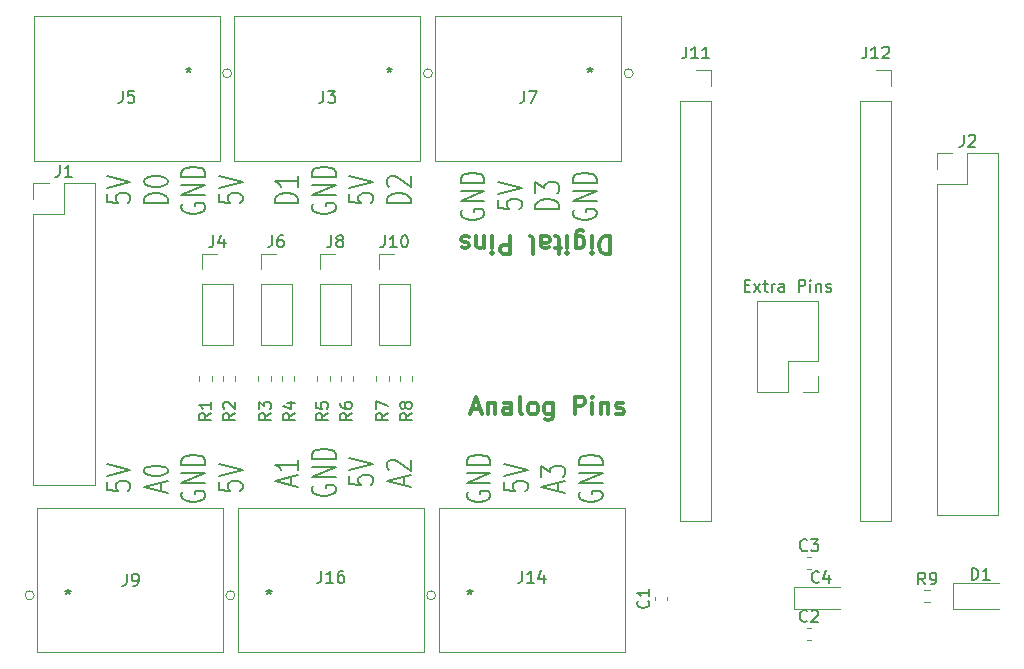
<source format=gbr>
%TF.GenerationSoftware,KiCad,Pcbnew,(5.1.10)-1*%
%TF.CreationDate,2022-02-02T21:42:12-05:00*%
%TF.ProjectId,RevA,52657641-2e6b-4696-9361-645f70636258,rev?*%
%TF.SameCoordinates,Original*%
%TF.FileFunction,Legend,Top*%
%TF.FilePolarity,Positive*%
%FSLAX46Y46*%
G04 Gerber Fmt 4.6, Leading zero omitted, Abs format (unit mm)*
G04 Created by KiCad (PCBNEW (5.1.10)-1) date 2022-02-02 21:42:12*
%MOMM*%
%LPD*%
G01*
G04 APERTURE LIST*
%ADD10C,0.170000*%
%ADD11C,0.300000*%
%ADD12C,0.120000*%
%ADD13C,0.150000*%
G04 APERTURE END LIST*
D10*
X167885761Y-86137714D02*
X167885761Y-86852000D01*
X168838142Y-86923428D01*
X168742904Y-86852000D01*
X168647666Y-86709142D01*
X168647666Y-86352000D01*
X168742904Y-86209142D01*
X168838142Y-86137714D01*
X169028619Y-86066285D01*
X169504809Y-86066285D01*
X169695285Y-86137714D01*
X169790523Y-86209142D01*
X169885761Y-86352000D01*
X169885761Y-86709142D01*
X169790523Y-86852000D01*
X169695285Y-86923428D01*
X167885761Y-85637714D02*
X169885761Y-85137714D01*
X167885761Y-84637714D01*
X173055761Y-86959142D02*
X171055761Y-86959142D01*
X171055761Y-86602000D01*
X171151000Y-86387714D01*
X171341476Y-86244857D01*
X171531952Y-86173428D01*
X171912904Y-86102000D01*
X172198619Y-86102000D01*
X172579571Y-86173428D01*
X172770047Y-86244857D01*
X172960523Y-86387714D01*
X173055761Y-86602000D01*
X173055761Y-86959142D01*
X171055761Y-85173428D02*
X171055761Y-85030571D01*
X171151000Y-84887714D01*
X171246238Y-84816285D01*
X171436714Y-84744857D01*
X171817666Y-84673428D01*
X172293857Y-84673428D01*
X172674809Y-84744857D01*
X172865285Y-84816285D01*
X172960523Y-84887714D01*
X173055761Y-85030571D01*
X173055761Y-85173428D01*
X172960523Y-85316285D01*
X172865285Y-85387714D01*
X172674809Y-85459142D01*
X172293857Y-85530571D01*
X171817666Y-85530571D01*
X171436714Y-85459142D01*
X171246238Y-85387714D01*
X171151000Y-85316285D01*
X171055761Y-85173428D01*
X174321000Y-86994857D02*
X174225761Y-87137714D01*
X174225761Y-87352000D01*
X174321000Y-87566285D01*
X174511476Y-87709142D01*
X174701952Y-87780571D01*
X175082904Y-87852000D01*
X175368619Y-87852000D01*
X175749571Y-87780571D01*
X175940047Y-87709142D01*
X176130523Y-87566285D01*
X176225761Y-87352000D01*
X176225761Y-87209142D01*
X176130523Y-86994857D01*
X176035285Y-86923428D01*
X175368619Y-86923428D01*
X175368619Y-87209142D01*
X176225761Y-86280571D02*
X174225761Y-86280571D01*
X176225761Y-85423428D01*
X174225761Y-85423428D01*
X176225761Y-84709142D02*
X174225761Y-84709142D01*
X174225761Y-84352000D01*
X174321000Y-84137714D01*
X174511476Y-83994857D01*
X174701952Y-83923428D01*
X175082904Y-83852000D01*
X175368619Y-83852000D01*
X175749571Y-83923428D01*
X175940047Y-83994857D01*
X176130523Y-84137714D01*
X176225761Y-84352000D01*
X176225761Y-84709142D01*
X177395761Y-86137714D02*
X177395761Y-86852000D01*
X178348142Y-86923428D01*
X178252904Y-86852000D01*
X178157666Y-86709142D01*
X178157666Y-86352000D01*
X178252904Y-86209142D01*
X178348142Y-86137714D01*
X178538619Y-86066285D01*
X179014809Y-86066285D01*
X179205285Y-86137714D01*
X179300523Y-86209142D01*
X179395761Y-86352000D01*
X179395761Y-86709142D01*
X179300523Y-86852000D01*
X179205285Y-86923428D01*
X177395761Y-85637714D02*
X179395761Y-85137714D01*
X177395761Y-84637714D01*
X184109761Y-86959142D02*
X182109761Y-86959142D01*
X182109761Y-86602000D01*
X182205000Y-86387714D01*
X182395476Y-86244857D01*
X182585952Y-86173428D01*
X182966904Y-86102000D01*
X183252619Y-86102000D01*
X183633571Y-86173428D01*
X183824047Y-86244857D01*
X184014523Y-86387714D01*
X184109761Y-86602000D01*
X184109761Y-86959142D01*
X184109761Y-84673428D02*
X184109761Y-85530571D01*
X184109761Y-85102000D02*
X182109761Y-85102000D01*
X182395476Y-85244857D01*
X182585952Y-85387714D01*
X182681190Y-85530571D01*
X185375000Y-86994857D02*
X185279761Y-87137714D01*
X185279761Y-87352000D01*
X185375000Y-87566285D01*
X185565476Y-87709142D01*
X185755952Y-87780571D01*
X186136904Y-87852000D01*
X186422619Y-87852000D01*
X186803571Y-87780571D01*
X186994047Y-87709142D01*
X187184523Y-87566285D01*
X187279761Y-87352000D01*
X187279761Y-87209142D01*
X187184523Y-86994857D01*
X187089285Y-86923428D01*
X186422619Y-86923428D01*
X186422619Y-87209142D01*
X187279761Y-86280571D02*
X185279761Y-86280571D01*
X187279761Y-85423428D01*
X185279761Y-85423428D01*
X187279761Y-84709142D02*
X185279761Y-84709142D01*
X185279761Y-84352000D01*
X185375000Y-84137714D01*
X185565476Y-83994857D01*
X185755952Y-83923428D01*
X186136904Y-83852000D01*
X186422619Y-83852000D01*
X186803571Y-83923428D01*
X186994047Y-83994857D01*
X187184523Y-84137714D01*
X187279761Y-84352000D01*
X187279761Y-84709142D01*
X188449761Y-86137714D02*
X188449761Y-86852000D01*
X189402142Y-86923428D01*
X189306904Y-86852000D01*
X189211666Y-86709142D01*
X189211666Y-86352000D01*
X189306904Y-86209142D01*
X189402142Y-86137714D01*
X189592619Y-86066285D01*
X190068809Y-86066285D01*
X190259285Y-86137714D01*
X190354523Y-86209142D01*
X190449761Y-86352000D01*
X190449761Y-86709142D01*
X190354523Y-86852000D01*
X190259285Y-86923428D01*
X188449761Y-85637714D02*
X190449761Y-85137714D01*
X188449761Y-84637714D01*
X193619761Y-86959142D02*
X191619761Y-86959142D01*
X191619761Y-86602000D01*
X191715000Y-86387714D01*
X191905476Y-86244857D01*
X192095952Y-86173428D01*
X192476904Y-86102000D01*
X192762619Y-86102000D01*
X193143571Y-86173428D01*
X193334047Y-86244857D01*
X193524523Y-86387714D01*
X193619761Y-86602000D01*
X193619761Y-86959142D01*
X191810238Y-85530571D02*
X191715000Y-85459142D01*
X191619761Y-85316285D01*
X191619761Y-84959142D01*
X191715000Y-84816285D01*
X191810238Y-84744857D01*
X192000714Y-84673428D01*
X192191190Y-84673428D01*
X192476904Y-84744857D01*
X193619761Y-85602000D01*
X193619761Y-84673428D01*
X197953000Y-87502857D02*
X197857761Y-87645714D01*
X197857761Y-87860000D01*
X197953000Y-88074285D01*
X198143476Y-88217142D01*
X198333952Y-88288571D01*
X198714904Y-88360000D01*
X199000619Y-88360000D01*
X199381571Y-88288571D01*
X199572047Y-88217142D01*
X199762523Y-88074285D01*
X199857761Y-87860000D01*
X199857761Y-87717142D01*
X199762523Y-87502857D01*
X199667285Y-87431428D01*
X199000619Y-87431428D01*
X199000619Y-87717142D01*
X199857761Y-86788571D02*
X197857761Y-86788571D01*
X199857761Y-85931428D01*
X197857761Y-85931428D01*
X199857761Y-85217142D02*
X197857761Y-85217142D01*
X197857761Y-84860000D01*
X197953000Y-84645714D01*
X198143476Y-84502857D01*
X198333952Y-84431428D01*
X198714904Y-84360000D01*
X199000619Y-84360000D01*
X199381571Y-84431428D01*
X199572047Y-84502857D01*
X199762523Y-84645714D01*
X199857761Y-84860000D01*
X199857761Y-85217142D01*
X201027761Y-86645714D02*
X201027761Y-87360000D01*
X201980142Y-87431428D01*
X201884904Y-87360000D01*
X201789666Y-87217142D01*
X201789666Y-86860000D01*
X201884904Y-86717142D01*
X201980142Y-86645714D01*
X202170619Y-86574285D01*
X202646809Y-86574285D01*
X202837285Y-86645714D01*
X202932523Y-86717142D01*
X203027761Y-86860000D01*
X203027761Y-87217142D01*
X202932523Y-87360000D01*
X202837285Y-87431428D01*
X201027761Y-86145714D02*
X203027761Y-85645714D01*
X201027761Y-85145714D01*
X206197761Y-87467142D02*
X204197761Y-87467142D01*
X204197761Y-87110000D01*
X204293000Y-86895714D01*
X204483476Y-86752857D01*
X204673952Y-86681428D01*
X205054904Y-86610000D01*
X205340619Y-86610000D01*
X205721571Y-86681428D01*
X205912047Y-86752857D01*
X206102523Y-86895714D01*
X206197761Y-87110000D01*
X206197761Y-87467142D01*
X204197761Y-86110000D02*
X204197761Y-85181428D01*
X204959666Y-85681428D01*
X204959666Y-85467142D01*
X205054904Y-85324285D01*
X205150142Y-85252857D01*
X205340619Y-85181428D01*
X205816809Y-85181428D01*
X206007285Y-85252857D01*
X206102523Y-85324285D01*
X206197761Y-85467142D01*
X206197761Y-85895714D01*
X206102523Y-86038571D01*
X206007285Y-86110000D01*
X207463000Y-87502857D02*
X207367761Y-87645714D01*
X207367761Y-87860000D01*
X207463000Y-88074285D01*
X207653476Y-88217142D01*
X207843952Y-88288571D01*
X208224904Y-88360000D01*
X208510619Y-88360000D01*
X208891571Y-88288571D01*
X209082047Y-88217142D01*
X209272523Y-88074285D01*
X209367761Y-87860000D01*
X209367761Y-87717142D01*
X209272523Y-87502857D01*
X209177285Y-87431428D01*
X208510619Y-87431428D01*
X208510619Y-87717142D01*
X209367761Y-86788571D02*
X207367761Y-86788571D01*
X209367761Y-85931428D01*
X207367761Y-85931428D01*
X209367761Y-85217142D02*
X207367761Y-85217142D01*
X207367761Y-84860000D01*
X207463000Y-84645714D01*
X207653476Y-84502857D01*
X207843952Y-84431428D01*
X208224904Y-84360000D01*
X208510619Y-84360000D01*
X208891571Y-84431428D01*
X209082047Y-84502857D01*
X209272523Y-84645714D01*
X209367761Y-84860000D01*
X209367761Y-85217142D01*
X198461000Y-111378857D02*
X198365761Y-111521714D01*
X198365761Y-111736000D01*
X198461000Y-111950285D01*
X198651476Y-112093142D01*
X198841952Y-112164571D01*
X199222904Y-112236000D01*
X199508619Y-112236000D01*
X199889571Y-112164571D01*
X200080047Y-112093142D01*
X200270523Y-111950285D01*
X200365761Y-111736000D01*
X200365761Y-111593142D01*
X200270523Y-111378857D01*
X200175285Y-111307428D01*
X199508619Y-111307428D01*
X199508619Y-111593142D01*
X200365761Y-110664571D02*
X198365761Y-110664571D01*
X200365761Y-109807428D01*
X198365761Y-109807428D01*
X200365761Y-109093142D02*
X198365761Y-109093142D01*
X198365761Y-108736000D01*
X198461000Y-108521714D01*
X198651476Y-108378857D01*
X198841952Y-108307428D01*
X199222904Y-108236000D01*
X199508619Y-108236000D01*
X199889571Y-108307428D01*
X200080047Y-108378857D01*
X200270523Y-108521714D01*
X200365761Y-108736000D01*
X200365761Y-109093142D01*
X201535761Y-110521714D02*
X201535761Y-111236000D01*
X202488142Y-111307428D01*
X202392904Y-111236000D01*
X202297666Y-111093142D01*
X202297666Y-110736000D01*
X202392904Y-110593142D01*
X202488142Y-110521714D01*
X202678619Y-110450285D01*
X203154809Y-110450285D01*
X203345285Y-110521714D01*
X203440523Y-110593142D01*
X203535761Y-110736000D01*
X203535761Y-111093142D01*
X203440523Y-111236000D01*
X203345285Y-111307428D01*
X201535761Y-110021714D02*
X203535761Y-109521714D01*
X201535761Y-109021714D01*
X206134333Y-111307428D02*
X206134333Y-110593142D01*
X206705761Y-111450285D02*
X204705761Y-110950285D01*
X206705761Y-110450285D01*
X204705761Y-110093142D02*
X204705761Y-109164571D01*
X205467666Y-109664571D01*
X205467666Y-109450285D01*
X205562904Y-109307428D01*
X205658142Y-109236000D01*
X205848619Y-109164571D01*
X206324809Y-109164571D01*
X206515285Y-109236000D01*
X206610523Y-109307428D01*
X206705761Y-109450285D01*
X206705761Y-109878857D01*
X206610523Y-110021714D01*
X206515285Y-110093142D01*
X207971000Y-111378857D02*
X207875761Y-111521714D01*
X207875761Y-111736000D01*
X207971000Y-111950285D01*
X208161476Y-112093142D01*
X208351952Y-112164571D01*
X208732904Y-112236000D01*
X209018619Y-112236000D01*
X209399571Y-112164571D01*
X209590047Y-112093142D01*
X209780523Y-111950285D01*
X209875761Y-111736000D01*
X209875761Y-111593142D01*
X209780523Y-111378857D01*
X209685285Y-111307428D01*
X209018619Y-111307428D01*
X209018619Y-111593142D01*
X209875761Y-110664571D02*
X207875761Y-110664571D01*
X209875761Y-109807428D01*
X207875761Y-109807428D01*
X209875761Y-109093142D02*
X207875761Y-109093142D01*
X207875761Y-108736000D01*
X207971000Y-108521714D01*
X208161476Y-108378857D01*
X208351952Y-108307428D01*
X208732904Y-108236000D01*
X209018619Y-108236000D01*
X209399571Y-108307428D01*
X209590047Y-108378857D01*
X209780523Y-108521714D01*
X209875761Y-108736000D01*
X209875761Y-109093142D01*
X183538333Y-110799428D02*
X183538333Y-110085142D01*
X184109761Y-110942285D02*
X182109761Y-110442285D01*
X184109761Y-109942285D01*
X184109761Y-108656571D02*
X184109761Y-109513714D01*
X184109761Y-109085142D02*
X182109761Y-109085142D01*
X182395476Y-109228000D01*
X182585952Y-109370857D01*
X182681190Y-109513714D01*
X185375000Y-110870857D02*
X185279761Y-111013714D01*
X185279761Y-111228000D01*
X185375000Y-111442285D01*
X185565476Y-111585142D01*
X185755952Y-111656571D01*
X186136904Y-111728000D01*
X186422619Y-111728000D01*
X186803571Y-111656571D01*
X186994047Y-111585142D01*
X187184523Y-111442285D01*
X187279761Y-111228000D01*
X187279761Y-111085142D01*
X187184523Y-110870857D01*
X187089285Y-110799428D01*
X186422619Y-110799428D01*
X186422619Y-111085142D01*
X187279761Y-110156571D02*
X185279761Y-110156571D01*
X187279761Y-109299428D01*
X185279761Y-109299428D01*
X187279761Y-108585142D02*
X185279761Y-108585142D01*
X185279761Y-108228000D01*
X185375000Y-108013714D01*
X185565476Y-107870857D01*
X185755952Y-107799428D01*
X186136904Y-107728000D01*
X186422619Y-107728000D01*
X186803571Y-107799428D01*
X186994047Y-107870857D01*
X187184523Y-108013714D01*
X187279761Y-108228000D01*
X187279761Y-108585142D01*
X188449761Y-110013714D02*
X188449761Y-110728000D01*
X189402142Y-110799428D01*
X189306904Y-110728000D01*
X189211666Y-110585142D01*
X189211666Y-110228000D01*
X189306904Y-110085142D01*
X189402142Y-110013714D01*
X189592619Y-109942285D01*
X190068809Y-109942285D01*
X190259285Y-110013714D01*
X190354523Y-110085142D01*
X190449761Y-110228000D01*
X190449761Y-110585142D01*
X190354523Y-110728000D01*
X190259285Y-110799428D01*
X188449761Y-109513714D02*
X190449761Y-109013714D01*
X188449761Y-108513714D01*
X193048333Y-110799428D02*
X193048333Y-110085142D01*
X193619761Y-110942285D02*
X191619761Y-110442285D01*
X193619761Y-109942285D01*
X191810238Y-109513714D02*
X191715000Y-109442285D01*
X191619761Y-109299428D01*
X191619761Y-108942285D01*
X191715000Y-108799428D01*
X191810238Y-108728000D01*
X192000714Y-108656571D01*
X192191190Y-108656571D01*
X192476904Y-108728000D01*
X193619761Y-109585142D01*
X193619761Y-108656571D01*
X167885761Y-110521714D02*
X167885761Y-111236000D01*
X168838142Y-111307428D01*
X168742904Y-111236000D01*
X168647666Y-111093142D01*
X168647666Y-110736000D01*
X168742904Y-110593142D01*
X168838142Y-110521714D01*
X169028619Y-110450285D01*
X169504809Y-110450285D01*
X169695285Y-110521714D01*
X169790523Y-110593142D01*
X169885761Y-110736000D01*
X169885761Y-111093142D01*
X169790523Y-111236000D01*
X169695285Y-111307428D01*
X167885761Y-110021714D02*
X169885761Y-109521714D01*
X167885761Y-109021714D01*
X172484333Y-111307428D02*
X172484333Y-110593142D01*
X173055761Y-111450285D02*
X171055761Y-110950285D01*
X173055761Y-110450285D01*
X171055761Y-109664571D02*
X171055761Y-109521714D01*
X171151000Y-109378857D01*
X171246238Y-109307428D01*
X171436714Y-109236000D01*
X171817666Y-109164571D01*
X172293857Y-109164571D01*
X172674809Y-109236000D01*
X172865285Y-109307428D01*
X172960523Y-109378857D01*
X173055761Y-109521714D01*
X173055761Y-109664571D01*
X172960523Y-109807428D01*
X172865285Y-109878857D01*
X172674809Y-109950285D01*
X172293857Y-110021714D01*
X171817666Y-110021714D01*
X171436714Y-109950285D01*
X171246238Y-109878857D01*
X171151000Y-109807428D01*
X171055761Y-109664571D01*
X174321000Y-111378857D02*
X174225761Y-111521714D01*
X174225761Y-111736000D01*
X174321000Y-111950285D01*
X174511476Y-112093142D01*
X174701952Y-112164571D01*
X175082904Y-112236000D01*
X175368619Y-112236000D01*
X175749571Y-112164571D01*
X175940047Y-112093142D01*
X176130523Y-111950285D01*
X176225761Y-111736000D01*
X176225761Y-111593142D01*
X176130523Y-111378857D01*
X176035285Y-111307428D01*
X175368619Y-111307428D01*
X175368619Y-111593142D01*
X176225761Y-110664571D02*
X174225761Y-110664571D01*
X176225761Y-109807428D01*
X174225761Y-109807428D01*
X176225761Y-109093142D02*
X174225761Y-109093142D01*
X174225761Y-108736000D01*
X174321000Y-108521714D01*
X174511476Y-108378857D01*
X174701952Y-108307428D01*
X175082904Y-108236000D01*
X175368619Y-108236000D01*
X175749571Y-108307428D01*
X175940047Y-108378857D01*
X176130523Y-108521714D01*
X176225761Y-108736000D01*
X176225761Y-109093142D01*
X177395761Y-110521714D02*
X177395761Y-111236000D01*
X178348142Y-111307428D01*
X178252904Y-111236000D01*
X178157666Y-111093142D01*
X178157666Y-110736000D01*
X178252904Y-110593142D01*
X178348142Y-110521714D01*
X178538619Y-110450285D01*
X179014809Y-110450285D01*
X179205285Y-110521714D01*
X179300523Y-110593142D01*
X179395761Y-110736000D01*
X179395761Y-111093142D01*
X179300523Y-111236000D01*
X179205285Y-111307428D01*
X177395761Y-110021714D02*
X179395761Y-109521714D01*
X177395761Y-109021714D01*
D11*
X210466000Y-89745428D02*
X210466000Y-91245428D01*
X210108857Y-91245428D01*
X209894571Y-91174000D01*
X209751714Y-91031142D01*
X209680285Y-90888285D01*
X209608857Y-90602571D01*
X209608857Y-90388285D01*
X209680285Y-90102571D01*
X209751714Y-89959714D01*
X209894571Y-89816857D01*
X210108857Y-89745428D01*
X210466000Y-89745428D01*
X208966000Y-89745428D02*
X208966000Y-90745428D01*
X208966000Y-91245428D02*
X209037428Y-91174000D01*
X208966000Y-91102571D01*
X208894571Y-91174000D01*
X208966000Y-91245428D01*
X208966000Y-91102571D01*
X207608857Y-90745428D02*
X207608857Y-89531142D01*
X207680285Y-89388285D01*
X207751714Y-89316857D01*
X207894571Y-89245428D01*
X208108857Y-89245428D01*
X208251714Y-89316857D01*
X207608857Y-89816857D02*
X207751714Y-89745428D01*
X208037428Y-89745428D01*
X208180285Y-89816857D01*
X208251714Y-89888285D01*
X208323142Y-90031142D01*
X208323142Y-90459714D01*
X208251714Y-90602571D01*
X208180285Y-90674000D01*
X208037428Y-90745428D01*
X207751714Y-90745428D01*
X207608857Y-90674000D01*
X206894571Y-89745428D02*
X206894571Y-90745428D01*
X206894571Y-91245428D02*
X206966000Y-91174000D01*
X206894571Y-91102571D01*
X206823142Y-91174000D01*
X206894571Y-91245428D01*
X206894571Y-91102571D01*
X206394571Y-90745428D02*
X205823142Y-90745428D01*
X206180285Y-91245428D02*
X206180285Y-89959714D01*
X206108857Y-89816857D01*
X205966000Y-89745428D01*
X205823142Y-89745428D01*
X204680285Y-89745428D02*
X204680285Y-90531142D01*
X204751714Y-90674000D01*
X204894571Y-90745428D01*
X205180285Y-90745428D01*
X205323142Y-90674000D01*
X204680285Y-89816857D02*
X204823142Y-89745428D01*
X205180285Y-89745428D01*
X205323142Y-89816857D01*
X205394571Y-89959714D01*
X205394571Y-90102571D01*
X205323142Y-90245428D01*
X205180285Y-90316857D01*
X204823142Y-90316857D01*
X204680285Y-90388285D01*
X203751714Y-89745428D02*
X203894571Y-89816857D01*
X203966000Y-89959714D01*
X203966000Y-91245428D01*
X202037428Y-89745428D02*
X202037428Y-91245428D01*
X201466000Y-91245428D01*
X201323142Y-91174000D01*
X201251714Y-91102571D01*
X201180285Y-90959714D01*
X201180285Y-90745428D01*
X201251714Y-90602571D01*
X201323142Y-90531142D01*
X201466000Y-90459714D01*
X202037428Y-90459714D01*
X200537428Y-89745428D02*
X200537428Y-90745428D01*
X200537428Y-91245428D02*
X200608857Y-91174000D01*
X200537428Y-91102571D01*
X200466000Y-91174000D01*
X200537428Y-91245428D01*
X200537428Y-91102571D01*
X199823142Y-90745428D02*
X199823142Y-89745428D01*
X199823142Y-90602571D02*
X199751714Y-90674000D01*
X199608857Y-90745428D01*
X199394571Y-90745428D01*
X199251714Y-90674000D01*
X199180285Y-90531142D01*
X199180285Y-89745428D01*
X198537428Y-89816857D02*
X198394571Y-89745428D01*
X198108857Y-89745428D01*
X197966000Y-89816857D01*
X197894571Y-89959714D01*
X197894571Y-90031142D01*
X197966000Y-90174000D01*
X198108857Y-90245428D01*
X198323142Y-90245428D01*
X198466000Y-90316857D01*
X198537428Y-90459714D01*
X198537428Y-90531142D01*
X198466000Y-90674000D01*
X198323142Y-90745428D01*
X198108857Y-90745428D01*
X197966000Y-90674000D01*
X198803428Y-104390000D02*
X199517714Y-104390000D01*
X198660571Y-104818571D02*
X199160571Y-103318571D01*
X199660571Y-104818571D01*
X200160571Y-103818571D02*
X200160571Y-104818571D01*
X200160571Y-103961428D02*
X200232000Y-103890000D01*
X200374857Y-103818571D01*
X200589142Y-103818571D01*
X200732000Y-103890000D01*
X200803428Y-104032857D01*
X200803428Y-104818571D01*
X202160571Y-104818571D02*
X202160571Y-104032857D01*
X202089142Y-103890000D01*
X201946285Y-103818571D01*
X201660571Y-103818571D01*
X201517714Y-103890000D01*
X202160571Y-104747142D02*
X202017714Y-104818571D01*
X201660571Y-104818571D01*
X201517714Y-104747142D01*
X201446285Y-104604285D01*
X201446285Y-104461428D01*
X201517714Y-104318571D01*
X201660571Y-104247142D01*
X202017714Y-104247142D01*
X202160571Y-104175714D01*
X203089142Y-104818571D02*
X202946285Y-104747142D01*
X202874857Y-104604285D01*
X202874857Y-103318571D01*
X203874857Y-104818571D02*
X203732000Y-104747142D01*
X203660571Y-104675714D01*
X203589142Y-104532857D01*
X203589142Y-104104285D01*
X203660571Y-103961428D01*
X203732000Y-103890000D01*
X203874857Y-103818571D01*
X204089142Y-103818571D01*
X204232000Y-103890000D01*
X204303428Y-103961428D01*
X204374857Y-104104285D01*
X204374857Y-104532857D01*
X204303428Y-104675714D01*
X204232000Y-104747142D01*
X204089142Y-104818571D01*
X203874857Y-104818571D01*
X205660571Y-103818571D02*
X205660571Y-105032857D01*
X205589142Y-105175714D01*
X205517714Y-105247142D01*
X205374857Y-105318571D01*
X205160571Y-105318571D01*
X205017714Y-105247142D01*
X205660571Y-104747142D02*
X205517714Y-104818571D01*
X205232000Y-104818571D01*
X205089142Y-104747142D01*
X205017714Y-104675714D01*
X204946285Y-104532857D01*
X204946285Y-104104285D01*
X205017714Y-103961428D01*
X205089142Y-103890000D01*
X205232000Y-103818571D01*
X205517714Y-103818571D01*
X205660571Y-103890000D01*
X207517714Y-104818571D02*
X207517714Y-103318571D01*
X208089142Y-103318571D01*
X208232000Y-103390000D01*
X208303428Y-103461428D01*
X208374857Y-103604285D01*
X208374857Y-103818571D01*
X208303428Y-103961428D01*
X208232000Y-104032857D01*
X208089142Y-104104285D01*
X207517714Y-104104285D01*
X209017714Y-104818571D02*
X209017714Y-103818571D01*
X209017714Y-103318571D02*
X208946285Y-103390000D01*
X209017714Y-103461428D01*
X209089142Y-103390000D01*
X209017714Y-103318571D01*
X209017714Y-103461428D01*
X209732000Y-103818571D02*
X209732000Y-104818571D01*
X209732000Y-103961428D02*
X209803428Y-103890000D01*
X209946285Y-103818571D01*
X210160571Y-103818571D01*
X210303428Y-103890000D01*
X210374857Y-104032857D01*
X210374857Y-104818571D01*
X211017714Y-104747142D02*
X211160571Y-104818571D01*
X211446285Y-104818571D01*
X211589142Y-104747142D01*
X211660571Y-104604285D01*
X211660571Y-104532857D01*
X211589142Y-104390000D01*
X211446285Y-104318571D01*
X211232000Y-104318571D01*
X211089142Y-104247142D01*
X211017714Y-104104285D01*
X211017714Y-104032857D01*
X211089142Y-103890000D01*
X211232000Y-103818571D01*
X211446285Y-103818571D01*
X211589142Y-103890000D01*
D12*
%TO.C,C1*%
X214288000Y-120570580D02*
X214288000Y-120289420D01*
X215308000Y-120570580D02*
X215308000Y-120289420D01*
%TO.C,C2*%
X227217420Y-123890000D02*
X227498580Y-123890000D01*
X227217420Y-122870000D02*
X227498580Y-122870000D01*
%TO.C,C3*%
X227217420Y-116870000D02*
X227498580Y-116870000D01*
X227217420Y-117890000D02*
X227498580Y-117890000D01*
%TO.C,C4*%
X226048000Y-121315000D02*
X229958000Y-121315000D01*
X226048000Y-119445000D02*
X226048000Y-121315000D01*
X229958000Y-119445000D02*
X226048000Y-119445000D01*
%TO.C,D1*%
X243458000Y-119063000D02*
X239573000Y-119063000D01*
X239573000Y-119063000D02*
X239573000Y-121333000D01*
X239573000Y-121333000D02*
X243458000Y-121333000D01*
%TO.C,J1*%
X161670000Y-110760000D02*
X166870000Y-110760000D01*
X161670000Y-87840000D02*
X161670000Y-110760000D01*
X166870000Y-85240000D02*
X166870000Y-110760000D01*
X161670000Y-87840000D02*
X164270000Y-87840000D01*
X164270000Y-87840000D02*
X164270000Y-85240000D01*
X164270000Y-85240000D02*
X166870000Y-85240000D01*
X161670000Y-86570000D02*
X161670000Y-85240000D01*
X161670000Y-85240000D02*
X163000000Y-85240000D01*
%TO.C,J2*%
X238170000Y-113300000D02*
X243370000Y-113300000D01*
X238170000Y-85300000D02*
X238170000Y-113300000D01*
X243370000Y-82700000D02*
X243370000Y-113300000D01*
X238170000Y-85300000D02*
X240770000Y-85300000D01*
X240770000Y-85300000D02*
X240770000Y-82700000D01*
X240770000Y-82700000D02*
X243370000Y-82700000D01*
X238170000Y-84030000D02*
X238170000Y-82700000D01*
X238170000Y-82700000D02*
X239500000Y-82700000D01*
%TO.C,J4*%
X175920000Y-91210000D02*
X177250000Y-91210000D01*
X175920000Y-92540000D02*
X175920000Y-91210000D01*
X175920000Y-93810000D02*
X178580000Y-93810000D01*
X178580000Y-93810000D02*
X178580000Y-98950000D01*
X175920000Y-93810000D02*
X175920000Y-98950000D01*
X175920000Y-98950000D02*
X178580000Y-98950000D01*
%TO.C,J6*%
X180920000Y-91210000D02*
X182250000Y-91210000D01*
X180920000Y-92540000D02*
X180920000Y-91210000D01*
X180920000Y-93810000D02*
X183580000Y-93810000D01*
X183580000Y-93810000D02*
X183580000Y-98950000D01*
X180920000Y-93810000D02*
X180920000Y-98950000D01*
X180920000Y-98950000D02*
X183580000Y-98950000D01*
%TO.C,J8*%
X185920000Y-91210000D02*
X187250000Y-91210000D01*
X185920000Y-92540000D02*
X185920000Y-91210000D01*
X185920000Y-93810000D02*
X188580000Y-93810000D01*
X188580000Y-93810000D02*
X188580000Y-98950000D01*
X185920000Y-93810000D02*
X185920000Y-98950000D01*
X185920000Y-98950000D02*
X188580000Y-98950000D01*
%TO.C,J10*%
X190920000Y-91210000D02*
X192250000Y-91210000D01*
X190920000Y-92540000D02*
X190920000Y-91210000D01*
X190920000Y-93810000D02*
X193580000Y-93810000D01*
X193580000Y-93810000D02*
X193580000Y-98950000D01*
X190920000Y-93810000D02*
X190920000Y-98950000D01*
X190920000Y-98950000D02*
X193580000Y-98950000D01*
%TO.C,J11*%
X216430000Y-78270000D02*
X219090000Y-78270000D01*
X216430000Y-78270000D02*
X216430000Y-113890000D01*
X216430000Y-113890000D02*
X219090000Y-113890000D01*
X219090000Y-78270000D02*
X219090000Y-113890000D01*
X219090000Y-75670000D02*
X219090000Y-77000000D01*
X217760000Y-75670000D02*
X219090000Y-75670000D01*
%TO.C,J12*%
X233000000Y-75670000D02*
X234330000Y-75670000D01*
X234330000Y-75670000D02*
X234330000Y-77000000D01*
X234330000Y-78270000D02*
X234330000Y-113890000D01*
X231670000Y-113890000D02*
X234330000Y-113890000D01*
X231670000Y-78270000D02*
X231670000Y-113890000D01*
X231670000Y-78270000D02*
X234330000Y-78270000D01*
%TO.C,J13*%
X228152000Y-95190000D02*
X222952000Y-95190000D01*
X228152000Y-100330000D02*
X228152000Y-95190000D01*
X222952000Y-102930000D02*
X222952000Y-95190000D01*
X228152000Y-100330000D02*
X225552000Y-100330000D01*
X225552000Y-100330000D02*
X225552000Y-102930000D01*
X225552000Y-102930000D02*
X222952000Y-102930000D01*
X228152000Y-101600000D02*
X228152000Y-102930000D01*
X228152000Y-102930000D02*
X226822000Y-102930000D01*
%TO.C,R1*%
X175727500Y-101552742D02*
X175727500Y-102027258D01*
X176772500Y-101552742D02*
X176772500Y-102027258D01*
%TO.C,R2*%
X177727500Y-101552742D02*
X177727500Y-102027258D01*
X178772500Y-101552742D02*
X178772500Y-102027258D01*
%TO.C,R3*%
X181772500Y-101552742D02*
X181772500Y-102027258D01*
X180727500Y-101552742D02*
X180727500Y-102027258D01*
%TO.C,R4*%
X182727500Y-101552742D02*
X182727500Y-102027258D01*
X183772500Y-101552742D02*
X183772500Y-102027258D01*
%TO.C,R5*%
X186772500Y-101552742D02*
X186772500Y-102027258D01*
X185727500Y-101552742D02*
X185727500Y-102027258D01*
%TO.C,R6*%
X187727500Y-101552742D02*
X187727500Y-102027258D01*
X188772500Y-101552742D02*
X188772500Y-102027258D01*
%TO.C,R7*%
X191772500Y-101552742D02*
X191772500Y-102027258D01*
X190727500Y-101552742D02*
X190727500Y-102027258D01*
%TO.C,R8*%
X192727500Y-101552742D02*
X192727500Y-102027258D01*
X193772500Y-101552742D02*
X193772500Y-102027258D01*
%TO.C,R9*%
X237120742Y-119675500D02*
X237595258Y-119675500D01*
X237120742Y-120720500D02*
X237595258Y-120720500D01*
%TO.C,J3*%
X194451000Y-71119002D02*
X178697000Y-71119002D01*
X178697000Y-71119002D02*
X178697000Y-83373001D01*
X178697000Y-83373001D02*
X194451000Y-83373001D01*
X194451000Y-83373001D02*
X194451000Y-71119002D01*
X195467000Y-75946000D02*
G75*
G03*
X195467000Y-75946000I-381000J0D01*
G01*
%TO.C,J5*%
X178467000Y-75946000D02*
G75*
G03*
X178467000Y-75946000I-381000J0D01*
G01*
X177451000Y-83373001D02*
X177451000Y-71119002D01*
X161697000Y-83373001D02*
X177451000Y-83373001D01*
X161697000Y-71119002D02*
X161697000Y-83373001D01*
X177451000Y-71119002D02*
X161697000Y-71119002D01*
%TO.C,J7*%
X211451000Y-71119002D02*
X195697000Y-71119002D01*
X195697000Y-71119002D02*
X195697000Y-83373001D01*
X195697000Y-83373001D02*
X211451000Y-83373001D01*
X211451000Y-83373001D02*
X211451000Y-71119002D01*
X212467000Y-75946000D02*
G75*
G03*
X212467000Y-75946000I-381000J0D01*
G01*
%TO.C,J9*%
X161747000Y-120142000D02*
G75*
G03*
X161747000Y-120142000I-381000J0D01*
G01*
X162001000Y-112714999D02*
X162001000Y-124968998D01*
X177755000Y-112714999D02*
X162001000Y-112714999D01*
X177755000Y-124968998D02*
X177755000Y-112714999D01*
X162001000Y-124968998D02*
X177755000Y-124968998D01*
%TO.C,J14*%
X195747000Y-120142000D02*
G75*
G03*
X195747000Y-120142000I-381000J0D01*
G01*
X196001000Y-112714999D02*
X196001000Y-124968998D01*
X211755000Y-112714999D02*
X196001000Y-112714999D01*
X211755000Y-124968998D02*
X211755000Y-112714999D01*
X196001000Y-124968998D02*
X211755000Y-124968998D01*
%TO.C,J16*%
X178747000Y-120142000D02*
G75*
G03*
X178747000Y-120142000I-381000J0D01*
G01*
X179001000Y-112714999D02*
X179001000Y-124968998D01*
X194755000Y-112714999D02*
X179001000Y-112714999D01*
X194755000Y-124968998D02*
X194755000Y-112714999D01*
X179001000Y-124968998D02*
X194755000Y-124968998D01*
%TO.C,C1*%
D13*
X213725142Y-120596666D02*
X213772761Y-120644285D01*
X213820380Y-120787142D01*
X213820380Y-120882380D01*
X213772761Y-121025238D01*
X213677523Y-121120476D01*
X213582285Y-121168095D01*
X213391809Y-121215714D01*
X213248952Y-121215714D01*
X213058476Y-121168095D01*
X212963238Y-121120476D01*
X212868000Y-121025238D01*
X212820380Y-120882380D01*
X212820380Y-120787142D01*
X212868000Y-120644285D01*
X212915619Y-120596666D01*
X213820380Y-119644285D02*
X213820380Y-120215714D01*
X213820380Y-119930000D02*
X212820380Y-119930000D01*
X212963238Y-120025238D01*
X213058476Y-120120476D01*
X213106095Y-120215714D01*
%TO.C,C2*%
X227191333Y-122307142D02*
X227143714Y-122354761D01*
X227000857Y-122402380D01*
X226905619Y-122402380D01*
X226762761Y-122354761D01*
X226667523Y-122259523D01*
X226619904Y-122164285D01*
X226572285Y-121973809D01*
X226572285Y-121830952D01*
X226619904Y-121640476D01*
X226667523Y-121545238D01*
X226762761Y-121450000D01*
X226905619Y-121402380D01*
X227000857Y-121402380D01*
X227143714Y-121450000D01*
X227191333Y-121497619D01*
X227572285Y-121497619D02*
X227619904Y-121450000D01*
X227715142Y-121402380D01*
X227953238Y-121402380D01*
X228048476Y-121450000D01*
X228096095Y-121497619D01*
X228143714Y-121592857D01*
X228143714Y-121688095D01*
X228096095Y-121830952D01*
X227524666Y-122402380D01*
X228143714Y-122402380D01*
%TO.C,C3*%
X227191333Y-116307142D02*
X227143714Y-116354761D01*
X227000857Y-116402380D01*
X226905619Y-116402380D01*
X226762761Y-116354761D01*
X226667523Y-116259523D01*
X226619904Y-116164285D01*
X226572285Y-115973809D01*
X226572285Y-115830952D01*
X226619904Y-115640476D01*
X226667523Y-115545238D01*
X226762761Y-115450000D01*
X226905619Y-115402380D01*
X227000857Y-115402380D01*
X227143714Y-115450000D01*
X227191333Y-115497619D01*
X227524666Y-115402380D02*
X228143714Y-115402380D01*
X227810380Y-115783333D01*
X227953238Y-115783333D01*
X228048476Y-115830952D01*
X228096095Y-115878571D01*
X228143714Y-115973809D01*
X228143714Y-116211904D01*
X228096095Y-116307142D01*
X228048476Y-116354761D01*
X227953238Y-116402380D01*
X227667523Y-116402380D01*
X227572285Y-116354761D01*
X227524666Y-116307142D01*
%TO.C,C4*%
X228191333Y-118987142D02*
X228143714Y-119034761D01*
X228000857Y-119082380D01*
X227905619Y-119082380D01*
X227762761Y-119034761D01*
X227667523Y-118939523D01*
X227619904Y-118844285D01*
X227572285Y-118653809D01*
X227572285Y-118510952D01*
X227619904Y-118320476D01*
X227667523Y-118225238D01*
X227762761Y-118130000D01*
X227905619Y-118082380D01*
X228000857Y-118082380D01*
X228143714Y-118130000D01*
X228191333Y-118177619D01*
X229048476Y-118415714D02*
X229048476Y-119082380D01*
X228810380Y-118034761D02*
X228572285Y-118749047D01*
X229191333Y-118749047D01*
%TO.C,D1*%
X241119904Y-118830380D02*
X241119904Y-117830380D01*
X241358000Y-117830380D01*
X241500857Y-117878000D01*
X241596095Y-117973238D01*
X241643714Y-118068476D01*
X241691333Y-118258952D01*
X241691333Y-118401809D01*
X241643714Y-118592285D01*
X241596095Y-118687523D01*
X241500857Y-118782761D01*
X241358000Y-118830380D01*
X241119904Y-118830380D01*
X242643714Y-118830380D02*
X242072285Y-118830380D01*
X242358000Y-118830380D02*
X242358000Y-117830380D01*
X242262761Y-117973238D01*
X242167523Y-118068476D01*
X242072285Y-118116095D01*
%TO.C,J1*%
X163936666Y-83692380D02*
X163936666Y-84406666D01*
X163889047Y-84549523D01*
X163793809Y-84644761D01*
X163650952Y-84692380D01*
X163555714Y-84692380D01*
X164936666Y-84692380D02*
X164365238Y-84692380D01*
X164650952Y-84692380D02*
X164650952Y-83692380D01*
X164555714Y-83835238D01*
X164460476Y-83930476D01*
X164365238Y-83978095D01*
%TO.C,J2*%
X240436666Y-81152380D02*
X240436666Y-81866666D01*
X240389047Y-82009523D01*
X240293809Y-82104761D01*
X240150952Y-82152380D01*
X240055714Y-82152380D01*
X240865238Y-81247619D02*
X240912857Y-81200000D01*
X241008095Y-81152380D01*
X241246190Y-81152380D01*
X241341428Y-81200000D01*
X241389047Y-81247619D01*
X241436666Y-81342857D01*
X241436666Y-81438095D01*
X241389047Y-81580952D01*
X240817619Y-82152380D01*
X241436666Y-82152380D01*
%TO.C,J4*%
X176916666Y-89662380D02*
X176916666Y-90376666D01*
X176869047Y-90519523D01*
X176773809Y-90614761D01*
X176630952Y-90662380D01*
X176535714Y-90662380D01*
X177821428Y-89995714D02*
X177821428Y-90662380D01*
X177583333Y-89614761D02*
X177345238Y-90329047D01*
X177964285Y-90329047D01*
%TO.C,J6*%
X181896666Y-89642380D02*
X181896666Y-90356666D01*
X181849047Y-90499523D01*
X181753809Y-90594761D01*
X181610952Y-90642380D01*
X181515714Y-90642380D01*
X182801428Y-89642380D02*
X182610952Y-89642380D01*
X182515714Y-89690000D01*
X182468095Y-89737619D01*
X182372857Y-89880476D01*
X182325238Y-90070952D01*
X182325238Y-90451904D01*
X182372857Y-90547142D01*
X182420476Y-90594761D01*
X182515714Y-90642380D01*
X182706190Y-90642380D01*
X182801428Y-90594761D01*
X182849047Y-90547142D01*
X182896666Y-90451904D01*
X182896666Y-90213809D01*
X182849047Y-90118571D01*
X182801428Y-90070952D01*
X182706190Y-90023333D01*
X182515714Y-90023333D01*
X182420476Y-90070952D01*
X182372857Y-90118571D01*
X182325238Y-90213809D01*
%TO.C,J8*%
X186916666Y-89662380D02*
X186916666Y-90376666D01*
X186869047Y-90519523D01*
X186773809Y-90614761D01*
X186630952Y-90662380D01*
X186535714Y-90662380D01*
X187535714Y-90090952D02*
X187440476Y-90043333D01*
X187392857Y-89995714D01*
X187345238Y-89900476D01*
X187345238Y-89852857D01*
X187392857Y-89757619D01*
X187440476Y-89710000D01*
X187535714Y-89662380D01*
X187726190Y-89662380D01*
X187821428Y-89710000D01*
X187869047Y-89757619D01*
X187916666Y-89852857D01*
X187916666Y-89900476D01*
X187869047Y-89995714D01*
X187821428Y-90043333D01*
X187726190Y-90090952D01*
X187535714Y-90090952D01*
X187440476Y-90138571D01*
X187392857Y-90186190D01*
X187345238Y-90281428D01*
X187345238Y-90471904D01*
X187392857Y-90567142D01*
X187440476Y-90614761D01*
X187535714Y-90662380D01*
X187726190Y-90662380D01*
X187821428Y-90614761D01*
X187869047Y-90567142D01*
X187916666Y-90471904D01*
X187916666Y-90281428D01*
X187869047Y-90186190D01*
X187821428Y-90138571D01*
X187726190Y-90090952D01*
%TO.C,J10*%
X191440476Y-89662380D02*
X191440476Y-90376666D01*
X191392857Y-90519523D01*
X191297619Y-90614761D01*
X191154761Y-90662380D01*
X191059523Y-90662380D01*
X192440476Y-90662380D02*
X191869047Y-90662380D01*
X192154761Y-90662380D02*
X192154761Y-89662380D01*
X192059523Y-89805238D01*
X191964285Y-89900476D01*
X191869047Y-89948095D01*
X193059523Y-89662380D02*
X193154761Y-89662380D01*
X193250000Y-89710000D01*
X193297619Y-89757619D01*
X193345238Y-89852857D01*
X193392857Y-90043333D01*
X193392857Y-90281428D01*
X193345238Y-90471904D01*
X193297619Y-90567142D01*
X193250000Y-90614761D01*
X193154761Y-90662380D01*
X193059523Y-90662380D01*
X192964285Y-90614761D01*
X192916666Y-90567142D01*
X192869047Y-90471904D01*
X192821428Y-90281428D01*
X192821428Y-90043333D01*
X192869047Y-89852857D01*
X192916666Y-89757619D01*
X192964285Y-89710000D01*
X193059523Y-89662380D01*
%TO.C,J11*%
X216950476Y-73682380D02*
X216950476Y-74396666D01*
X216902857Y-74539523D01*
X216807619Y-74634761D01*
X216664761Y-74682380D01*
X216569523Y-74682380D01*
X217950476Y-74682380D02*
X217379047Y-74682380D01*
X217664761Y-74682380D02*
X217664761Y-73682380D01*
X217569523Y-73825238D01*
X217474285Y-73920476D01*
X217379047Y-73968095D01*
X218902857Y-74682380D02*
X218331428Y-74682380D01*
X218617142Y-74682380D02*
X218617142Y-73682380D01*
X218521904Y-73825238D01*
X218426666Y-73920476D01*
X218331428Y-73968095D01*
%TO.C,J12*%
X232190476Y-73682380D02*
X232190476Y-74396666D01*
X232142857Y-74539523D01*
X232047619Y-74634761D01*
X231904761Y-74682380D01*
X231809523Y-74682380D01*
X233190476Y-74682380D02*
X232619047Y-74682380D01*
X232904761Y-74682380D02*
X232904761Y-73682380D01*
X232809523Y-73825238D01*
X232714285Y-73920476D01*
X232619047Y-73968095D01*
X233571428Y-73777619D02*
X233619047Y-73730000D01*
X233714285Y-73682380D01*
X233952380Y-73682380D01*
X234047619Y-73730000D01*
X234095238Y-73777619D01*
X234142857Y-73872857D01*
X234142857Y-73968095D01*
X234095238Y-74110952D01*
X233523809Y-74682380D01*
X234142857Y-74682380D01*
%TO.C,J13*%
X221909142Y-93908571D02*
X222242476Y-93908571D01*
X222385333Y-94432380D02*
X221909142Y-94432380D01*
X221909142Y-93432380D01*
X222385333Y-93432380D01*
X222718666Y-94432380D02*
X223242476Y-93765714D01*
X222718666Y-93765714D02*
X223242476Y-94432380D01*
X223480571Y-93765714D02*
X223861523Y-93765714D01*
X223623428Y-93432380D02*
X223623428Y-94289523D01*
X223671047Y-94384761D01*
X223766285Y-94432380D01*
X223861523Y-94432380D01*
X224194857Y-94432380D02*
X224194857Y-93765714D01*
X224194857Y-93956190D02*
X224242476Y-93860952D01*
X224290095Y-93813333D01*
X224385333Y-93765714D01*
X224480571Y-93765714D01*
X225242476Y-94432380D02*
X225242476Y-93908571D01*
X225194857Y-93813333D01*
X225099619Y-93765714D01*
X224909142Y-93765714D01*
X224813904Y-93813333D01*
X225242476Y-94384761D02*
X225147238Y-94432380D01*
X224909142Y-94432380D01*
X224813904Y-94384761D01*
X224766285Y-94289523D01*
X224766285Y-94194285D01*
X224813904Y-94099047D01*
X224909142Y-94051428D01*
X225147238Y-94051428D01*
X225242476Y-94003809D01*
X226480571Y-94432380D02*
X226480571Y-93432380D01*
X226861523Y-93432380D01*
X226956761Y-93480000D01*
X227004380Y-93527619D01*
X227052000Y-93622857D01*
X227052000Y-93765714D01*
X227004380Y-93860952D01*
X226956761Y-93908571D01*
X226861523Y-93956190D01*
X226480571Y-93956190D01*
X227480571Y-94432380D02*
X227480571Y-93765714D01*
X227480571Y-93432380D02*
X227432952Y-93480000D01*
X227480571Y-93527619D01*
X227528190Y-93480000D01*
X227480571Y-93432380D01*
X227480571Y-93527619D01*
X227956761Y-93765714D02*
X227956761Y-94432380D01*
X227956761Y-93860952D02*
X228004380Y-93813333D01*
X228099619Y-93765714D01*
X228242476Y-93765714D01*
X228337714Y-93813333D01*
X228385333Y-93908571D01*
X228385333Y-94432380D01*
X228813904Y-94384761D02*
X228909142Y-94432380D01*
X229099619Y-94432380D01*
X229194857Y-94384761D01*
X229242476Y-94289523D01*
X229242476Y-94241904D01*
X229194857Y-94146666D01*
X229099619Y-94099047D01*
X228956761Y-94099047D01*
X228861523Y-94051428D01*
X228813904Y-93956190D01*
X228813904Y-93908571D01*
X228861523Y-93813333D01*
X228956761Y-93765714D01*
X229099619Y-93765714D01*
X229194857Y-93813333D01*
%TO.C,R1*%
X176728380Y-104718666D02*
X176252190Y-105052000D01*
X176728380Y-105290095D02*
X175728380Y-105290095D01*
X175728380Y-104909142D01*
X175776000Y-104813904D01*
X175823619Y-104766285D01*
X175918857Y-104718666D01*
X176061714Y-104718666D01*
X176156952Y-104766285D01*
X176204571Y-104813904D01*
X176252190Y-104909142D01*
X176252190Y-105290095D01*
X176728380Y-103766285D02*
X176728380Y-104337714D01*
X176728380Y-104052000D02*
X175728380Y-104052000D01*
X175871238Y-104147238D01*
X175966476Y-104242476D01*
X176014095Y-104337714D01*
%TO.C,R2*%
X178760380Y-104718666D02*
X178284190Y-105052000D01*
X178760380Y-105290095D02*
X177760380Y-105290095D01*
X177760380Y-104909142D01*
X177808000Y-104813904D01*
X177855619Y-104766285D01*
X177950857Y-104718666D01*
X178093714Y-104718666D01*
X178188952Y-104766285D01*
X178236571Y-104813904D01*
X178284190Y-104909142D01*
X178284190Y-105290095D01*
X177855619Y-104337714D02*
X177808000Y-104290095D01*
X177760380Y-104194857D01*
X177760380Y-103956761D01*
X177808000Y-103861523D01*
X177855619Y-103813904D01*
X177950857Y-103766285D01*
X178046095Y-103766285D01*
X178188952Y-103813904D01*
X178760380Y-104385333D01*
X178760380Y-103766285D01*
%TO.C,R3*%
X181808380Y-104718666D02*
X181332190Y-105052000D01*
X181808380Y-105290095D02*
X180808380Y-105290095D01*
X180808380Y-104909142D01*
X180856000Y-104813904D01*
X180903619Y-104766285D01*
X180998857Y-104718666D01*
X181141714Y-104718666D01*
X181236952Y-104766285D01*
X181284571Y-104813904D01*
X181332190Y-104909142D01*
X181332190Y-105290095D01*
X180808380Y-104385333D02*
X180808380Y-103766285D01*
X181189333Y-104099619D01*
X181189333Y-103956761D01*
X181236952Y-103861523D01*
X181284571Y-103813904D01*
X181379809Y-103766285D01*
X181617904Y-103766285D01*
X181713142Y-103813904D01*
X181760761Y-103861523D01*
X181808380Y-103956761D01*
X181808380Y-104242476D01*
X181760761Y-104337714D01*
X181713142Y-104385333D01*
%TO.C,R4*%
X183840380Y-104718666D02*
X183364190Y-105052000D01*
X183840380Y-105290095D02*
X182840380Y-105290095D01*
X182840380Y-104909142D01*
X182888000Y-104813904D01*
X182935619Y-104766285D01*
X183030857Y-104718666D01*
X183173714Y-104718666D01*
X183268952Y-104766285D01*
X183316571Y-104813904D01*
X183364190Y-104909142D01*
X183364190Y-105290095D01*
X183173714Y-103861523D02*
X183840380Y-103861523D01*
X182792761Y-104099619D02*
X183507047Y-104337714D01*
X183507047Y-103718666D01*
%TO.C,R5*%
X186634380Y-104718666D02*
X186158190Y-105052000D01*
X186634380Y-105290095D02*
X185634380Y-105290095D01*
X185634380Y-104909142D01*
X185682000Y-104813904D01*
X185729619Y-104766285D01*
X185824857Y-104718666D01*
X185967714Y-104718666D01*
X186062952Y-104766285D01*
X186110571Y-104813904D01*
X186158190Y-104909142D01*
X186158190Y-105290095D01*
X185634380Y-103813904D02*
X185634380Y-104290095D01*
X186110571Y-104337714D01*
X186062952Y-104290095D01*
X186015333Y-104194857D01*
X186015333Y-103956761D01*
X186062952Y-103861523D01*
X186110571Y-103813904D01*
X186205809Y-103766285D01*
X186443904Y-103766285D01*
X186539142Y-103813904D01*
X186586761Y-103861523D01*
X186634380Y-103956761D01*
X186634380Y-104194857D01*
X186586761Y-104290095D01*
X186539142Y-104337714D01*
%TO.C,R6*%
X188666380Y-104718666D02*
X188190190Y-105052000D01*
X188666380Y-105290095D02*
X187666380Y-105290095D01*
X187666380Y-104909142D01*
X187714000Y-104813904D01*
X187761619Y-104766285D01*
X187856857Y-104718666D01*
X187999714Y-104718666D01*
X188094952Y-104766285D01*
X188142571Y-104813904D01*
X188190190Y-104909142D01*
X188190190Y-105290095D01*
X187666380Y-103861523D02*
X187666380Y-104052000D01*
X187714000Y-104147238D01*
X187761619Y-104194857D01*
X187904476Y-104290095D01*
X188094952Y-104337714D01*
X188475904Y-104337714D01*
X188571142Y-104290095D01*
X188618761Y-104242476D01*
X188666380Y-104147238D01*
X188666380Y-103956761D01*
X188618761Y-103861523D01*
X188571142Y-103813904D01*
X188475904Y-103766285D01*
X188237809Y-103766285D01*
X188142571Y-103813904D01*
X188094952Y-103861523D01*
X188047333Y-103956761D01*
X188047333Y-104147238D01*
X188094952Y-104242476D01*
X188142571Y-104290095D01*
X188237809Y-104337714D01*
%TO.C,R7*%
X191714380Y-104718666D02*
X191238190Y-105052000D01*
X191714380Y-105290095D02*
X190714380Y-105290095D01*
X190714380Y-104909142D01*
X190762000Y-104813904D01*
X190809619Y-104766285D01*
X190904857Y-104718666D01*
X191047714Y-104718666D01*
X191142952Y-104766285D01*
X191190571Y-104813904D01*
X191238190Y-104909142D01*
X191238190Y-105290095D01*
X190714380Y-104385333D02*
X190714380Y-103718666D01*
X191714380Y-104147238D01*
%TO.C,R8*%
X193746380Y-104718666D02*
X193270190Y-105052000D01*
X193746380Y-105290095D02*
X192746380Y-105290095D01*
X192746380Y-104909142D01*
X192794000Y-104813904D01*
X192841619Y-104766285D01*
X192936857Y-104718666D01*
X193079714Y-104718666D01*
X193174952Y-104766285D01*
X193222571Y-104813904D01*
X193270190Y-104909142D01*
X193270190Y-105290095D01*
X193174952Y-104147238D02*
X193127333Y-104242476D01*
X193079714Y-104290095D01*
X192984476Y-104337714D01*
X192936857Y-104337714D01*
X192841619Y-104290095D01*
X192794000Y-104242476D01*
X192746380Y-104147238D01*
X192746380Y-103956761D01*
X192794000Y-103861523D01*
X192841619Y-103813904D01*
X192936857Y-103766285D01*
X192984476Y-103766285D01*
X193079714Y-103813904D01*
X193127333Y-103861523D01*
X193174952Y-103956761D01*
X193174952Y-104147238D01*
X193222571Y-104242476D01*
X193270190Y-104290095D01*
X193365428Y-104337714D01*
X193555904Y-104337714D01*
X193651142Y-104290095D01*
X193698761Y-104242476D01*
X193746380Y-104147238D01*
X193746380Y-103956761D01*
X193698761Y-103861523D01*
X193651142Y-103813904D01*
X193555904Y-103766285D01*
X193365428Y-103766285D01*
X193270190Y-103813904D01*
X193222571Y-103861523D01*
X193174952Y-103956761D01*
%TO.C,R9*%
X237191333Y-119220380D02*
X236858000Y-118744190D01*
X236619904Y-119220380D02*
X236619904Y-118220380D01*
X237000857Y-118220380D01*
X237096095Y-118268000D01*
X237143714Y-118315619D01*
X237191333Y-118410857D01*
X237191333Y-118553714D01*
X237143714Y-118648952D01*
X237096095Y-118696571D01*
X237000857Y-118744190D01*
X236619904Y-118744190D01*
X237667523Y-119220380D02*
X237858000Y-119220380D01*
X237953238Y-119172761D01*
X238000857Y-119125142D01*
X238096095Y-118982285D01*
X238143714Y-118791809D01*
X238143714Y-118410857D01*
X238096095Y-118315619D01*
X238048476Y-118268000D01*
X237953238Y-118220380D01*
X237762761Y-118220380D01*
X237667523Y-118268000D01*
X237619904Y-118315619D01*
X237572285Y-118410857D01*
X237572285Y-118648952D01*
X237619904Y-118744190D01*
X237667523Y-118791809D01*
X237762761Y-118839428D01*
X237953238Y-118839428D01*
X238048476Y-118791809D01*
X238096095Y-118744190D01*
X238143714Y-118648952D01*
%TO.C,J3*%
X186240666Y-77430380D02*
X186240666Y-78144666D01*
X186193047Y-78287523D01*
X186097809Y-78382761D01*
X185954952Y-78430380D01*
X185859714Y-78430380D01*
X186621619Y-77430380D02*
X187240666Y-77430380D01*
X186907333Y-77811333D01*
X187050190Y-77811333D01*
X187145428Y-77858952D01*
X187193047Y-77906571D01*
X187240666Y-78001809D01*
X187240666Y-78239904D01*
X187193047Y-78335142D01*
X187145428Y-78382761D01*
X187050190Y-78430380D01*
X186764476Y-78430380D01*
X186669238Y-78382761D01*
X186621619Y-78335142D01*
X191824000Y-75398380D02*
X191824000Y-75636476D01*
X191585904Y-75541238D02*
X191824000Y-75636476D01*
X192062095Y-75541238D01*
X191681142Y-75826952D02*
X191824000Y-75636476D01*
X191966857Y-75826952D01*
%TO.C,J5*%
X169240666Y-77430380D02*
X169240666Y-78144666D01*
X169193047Y-78287523D01*
X169097809Y-78382761D01*
X168954952Y-78430380D01*
X168859714Y-78430380D01*
X170193047Y-77430380D02*
X169716857Y-77430380D01*
X169669238Y-77906571D01*
X169716857Y-77858952D01*
X169812095Y-77811333D01*
X170050190Y-77811333D01*
X170145428Y-77858952D01*
X170193047Y-77906571D01*
X170240666Y-78001809D01*
X170240666Y-78239904D01*
X170193047Y-78335142D01*
X170145428Y-78382761D01*
X170050190Y-78430380D01*
X169812095Y-78430380D01*
X169716857Y-78382761D01*
X169669238Y-78335142D01*
X174824000Y-75398380D02*
X174824000Y-75636476D01*
X174585904Y-75541238D02*
X174824000Y-75636476D01*
X175062095Y-75541238D01*
X174681142Y-75826952D02*
X174824000Y-75636476D01*
X174966857Y-75826952D01*
%TO.C,J7*%
X203240666Y-77430380D02*
X203240666Y-78144666D01*
X203193047Y-78287523D01*
X203097809Y-78382761D01*
X202954952Y-78430380D01*
X202859714Y-78430380D01*
X203621619Y-77430380D02*
X204288285Y-77430380D01*
X203859714Y-78430380D01*
X208824000Y-75398380D02*
X208824000Y-75636476D01*
X208585904Y-75541238D02*
X208824000Y-75636476D01*
X209062095Y-75541238D01*
X208681142Y-75826952D02*
X208824000Y-75636476D01*
X208966857Y-75826952D01*
%TO.C,J9*%
X169592666Y-118324380D02*
X169592666Y-119038666D01*
X169545047Y-119181523D01*
X169449809Y-119276761D01*
X169306952Y-119324380D01*
X169211714Y-119324380D01*
X170116476Y-119324380D02*
X170306952Y-119324380D01*
X170402190Y-119276761D01*
X170449809Y-119229142D01*
X170545047Y-119086285D01*
X170592666Y-118895809D01*
X170592666Y-118514857D01*
X170545047Y-118419619D01*
X170497428Y-118372000D01*
X170402190Y-118324380D01*
X170211714Y-118324380D01*
X170116476Y-118372000D01*
X170068857Y-118419619D01*
X170021238Y-118514857D01*
X170021238Y-118752952D01*
X170068857Y-118848190D01*
X170116476Y-118895809D01*
X170211714Y-118943428D01*
X170402190Y-118943428D01*
X170497428Y-118895809D01*
X170545047Y-118848190D01*
X170592666Y-118752952D01*
X164628000Y-119594380D02*
X164628000Y-119832476D01*
X164389904Y-119737238D02*
X164628000Y-119832476D01*
X164866095Y-119737238D01*
X164485142Y-120022952D02*
X164628000Y-119832476D01*
X164770857Y-120022952D01*
%TO.C,J14*%
X203068476Y-118070380D02*
X203068476Y-118784666D01*
X203020857Y-118927523D01*
X202925619Y-119022761D01*
X202782761Y-119070380D01*
X202687523Y-119070380D01*
X204068476Y-119070380D02*
X203497047Y-119070380D01*
X203782761Y-119070380D02*
X203782761Y-118070380D01*
X203687523Y-118213238D01*
X203592285Y-118308476D01*
X203497047Y-118356095D01*
X204925619Y-118403714D02*
X204925619Y-119070380D01*
X204687523Y-118022761D02*
X204449428Y-118737047D01*
X205068476Y-118737047D01*
X198628000Y-119594380D02*
X198628000Y-119832476D01*
X198389904Y-119737238D02*
X198628000Y-119832476D01*
X198866095Y-119737238D01*
X198485142Y-120022952D02*
X198628000Y-119832476D01*
X198770857Y-120022952D01*
%TO.C,J16*%
X186068476Y-118070380D02*
X186068476Y-118784666D01*
X186020857Y-118927523D01*
X185925619Y-119022761D01*
X185782761Y-119070380D01*
X185687523Y-119070380D01*
X187068476Y-119070380D02*
X186497047Y-119070380D01*
X186782761Y-119070380D02*
X186782761Y-118070380D01*
X186687523Y-118213238D01*
X186592285Y-118308476D01*
X186497047Y-118356095D01*
X187925619Y-118070380D02*
X187735142Y-118070380D01*
X187639904Y-118118000D01*
X187592285Y-118165619D01*
X187497047Y-118308476D01*
X187449428Y-118498952D01*
X187449428Y-118879904D01*
X187497047Y-118975142D01*
X187544666Y-119022761D01*
X187639904Y-119070380D01*
X187830380Y-119070380D01*
X187925619Y-119022761D01*
X187973238Y-118975142D01*
X188020857Y-118879904D01*
X188020857Y-118641809D01*
X187973238Y-118546571D01*
X187925619Y-118498952D01*
X187830380Y-118451333D01*
X187639904Y-118451333D01*
X187544666Y-118498952D01*
X187497047Y-118546571D01*
X187449428Y-118641809D01*
X181628000Y-119594380D02*
X181628000Y-119832476D01*
X181389904Y-119737238D02*
X181628000Y-119832476D01*
X181866095Y-119737238D01*
X181485142Y-120022952D02*
X181628000Y-119832476D01*
X181770857Y-120022952D01*
%TD*%
M02*

</source>
